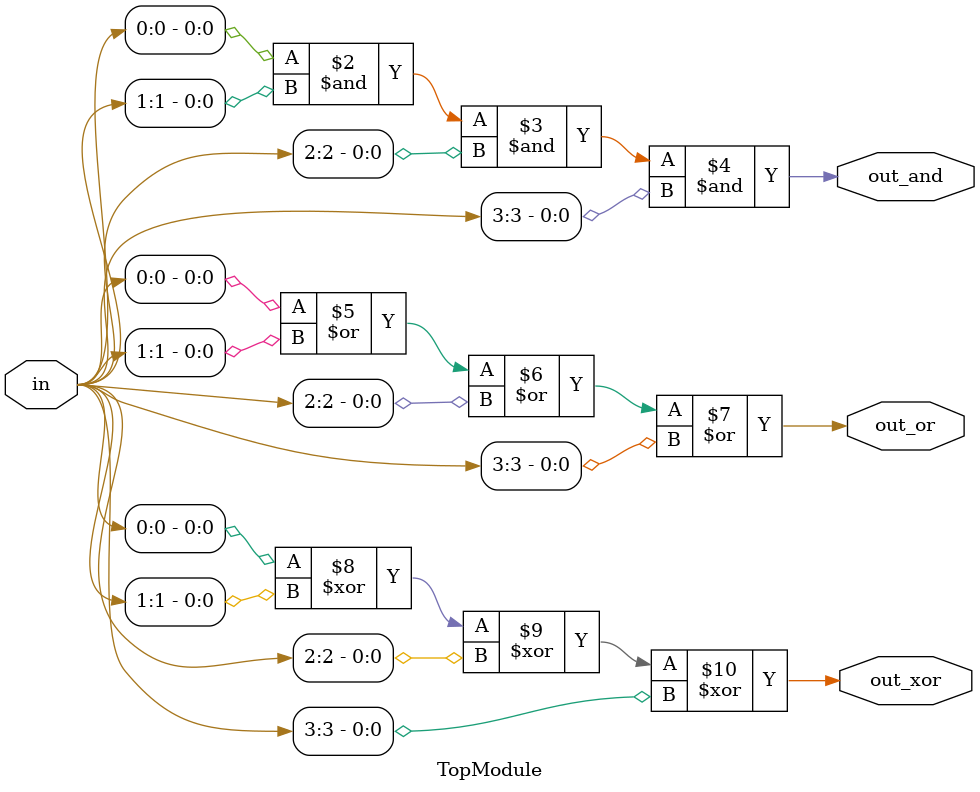
<source format=sv>
module TopModule (
    input logic [3:0] in,  // 4-bit input
    output logic out_and,   // Output of 4-input AND gate
    output logic out_or,    // Output of 4-input OR gate
    output logic out_xor    // Output of 4-input XOR gate
);

    // Combinational logic for outputs
    always @(*) begin
        out_and = in[0] & in[1] & in[2] & in[3];  // AND operation
        out_or  = in[0] | in[1] | in[2] | in[3];  // OR operation
        out_xor = in[0] ^ in[1] ^ in[2] ^ in[3];  // XOR operation
    end

endmodule
</source>
